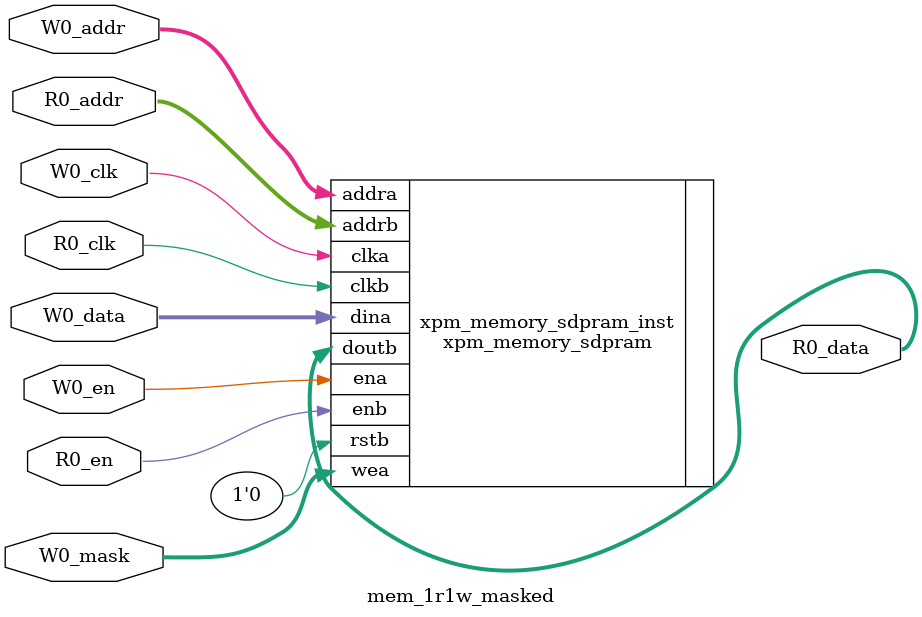
<source format=v>
module mem_1r1w_masked (
  input [4:0] R0_addr,
  input R0_en,
  input R0_clk,
  output [63:0] R0_data,
  input [4:0] W0_addr,
  input W0_en,
  input W0_clk,
  input [63:0] W0_data,
  input [7:0] W0_mask
);
  xpm_memory_sdpram #(
    .ADDR_WIDTH_A(5),
    .ADDR_WIDTH_B(5),
    .BYTE_WRITE_WIDTH_A(8),
    .MEMORY_SIZE(2048),
    .READ_DATA_WIDTH_B(64),
    .READ_LATENCY_B(1),
    .WRITE_DATA_WIDTH_A(64)
  ) xpm_memory_sdpram_inst (
    .dina(W0_data),
    .addra(W0_addr),
    .ena(W0_en),
    .wea(W0_mask),
    .clka(W0_clk),
    .addrb(R0_addr),
    .clkb(R0_clk),
    .enb(R0_en),
    .doutb(R0_data),
    .rstb(1'b0)
  );
endmodule

</source>
